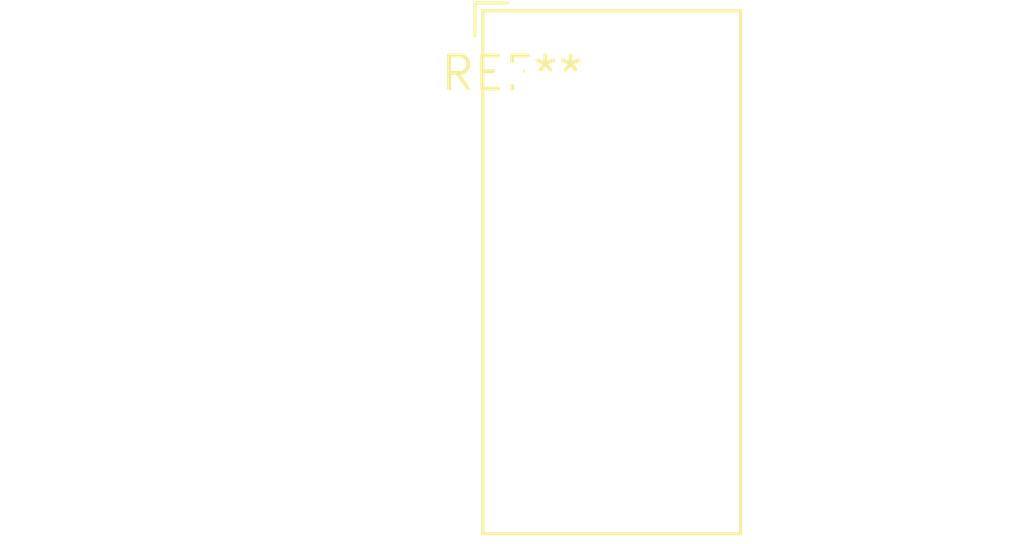
<source format=kicad_pcb>
(kicad_pcb (version 20240108) (generator pcbnew)
  (layers (0 "F.Cu" signal) (31 "B.Cu" signal) (34 "B.Paste" user) (35 "F.Paste" user) (36 "B.SilkS" user "B.Silkscreen") (37 "F.SilkS" user "F.Silkscreen") (38 "B.Mask" user) (39 "F.Mask" user) (44 "Edge.Cuts" user))
  (net 0 "")
  (footprint "Converter_DCDC_XP_POWER-IHxxxxD_THT" (layer "F.Cu") (at 0 0)
    (property "Reference" "REF**")
    (property "Value" "Converter_DCDC_XP_POWER-IHxxxxD_THT")
    (fp_line (start -1.43 -2.7) (end -1.43 -1.45) (layer "F.SilkS") (stroke (width 0.12)))
    (fp_line (start -1.13 -2.4) (end -1.13 17.64) (layer "F.SilkS") (stroke (width 0.12)))
    (fp_line (start -1.13 17.64) (end 8.75 17.64) (layer "F.SilkS") (stroke (width 0.12)))
    (fp_line (start -0.18 -2.7) (end -1.43 -2.7) (layer "F.SilkS") (stroke (width 0.12)))
    (fp_line (start 8.75 -2.4) (end -1.13 -2.4) (layer "F.SilkS") (stroke (width 0.12)))
    (fp_line (start 8.75 17.64) (end 8.75 -2.4) (layer "F.SilkS") (stroke (width 0.12)))
    (pad "1" thru_hole rect (at 0 0) (size 1.85 1.85) (drill 0.85) (layers *.Cu *.Mask) (remove_unused_layers))
    (pad "2" thru_hole circle (at 0 15.24) (size 1.85 1.85) (drill 0.85) (layers *.Cu *.Mask) (remove_unused_layers))
    (pad "3" thru_hole circle (at 7.62 0) (size 1.85 1.85) (drill 0.85) (layers *.Cu *.Mask) (remove_unused_layers))
    (pad "4" thru_hole circle (at 7.62 7.62) (size 1.85 1.85) (drill 0.85) (layers *.Cu *.Mask) (remove_unused_layers))
    (pad "5" thru_hole circle (at 7.62 12.7) (size 1.85 1.85) (drill 0.85) (layers *.Cu *.Mask) (remove_unused_layers))
    (pad "6" thru_hole circle (at 7.62 15.24) (size 1.85 1.85) (drill 0.85) (layers *.Cu *.Mask) (remove_unused_layers))
  )
)
</source>
